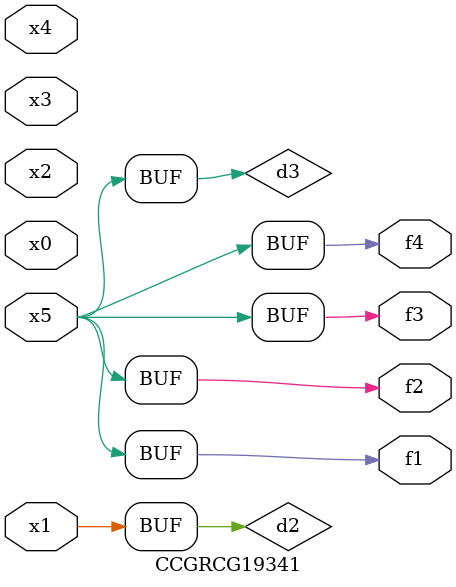
<source format=v>
module CCGRCG19341(
	input x0, x1, x2, x3, x4, x5,
	output f1, f2, f3, f4
);

	wire d1, d2, d3;

	not (d1, x5);
	or (d2, x1);
	xnor (d3, d1);
	assign f1 = d3;
	assign f2 = d3;
	assign f3 = d3;
	assign f4 = d3;
endmodule

</source>
